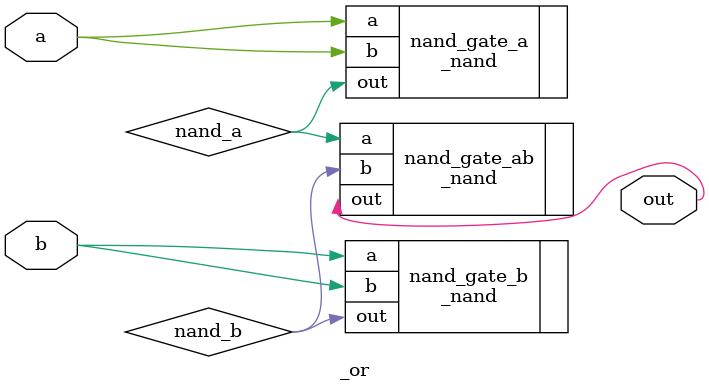
<source format=v>
module _or(
    input a,
    input b,
    output out
);
    wire nand_a, nand_b;

    _nand nand_gate_a(
        .a(a),
        .b(a),
        .out(nand_a)
    );

    _nand nand_gate_b(
        .a(b),
        .b(b),
        .out(nand_b)
    );

    _nand nand_gate_ab(
        .a(nand_a),
        .b(nand_b),
        .out(out)
    );
endmodule

</source>
